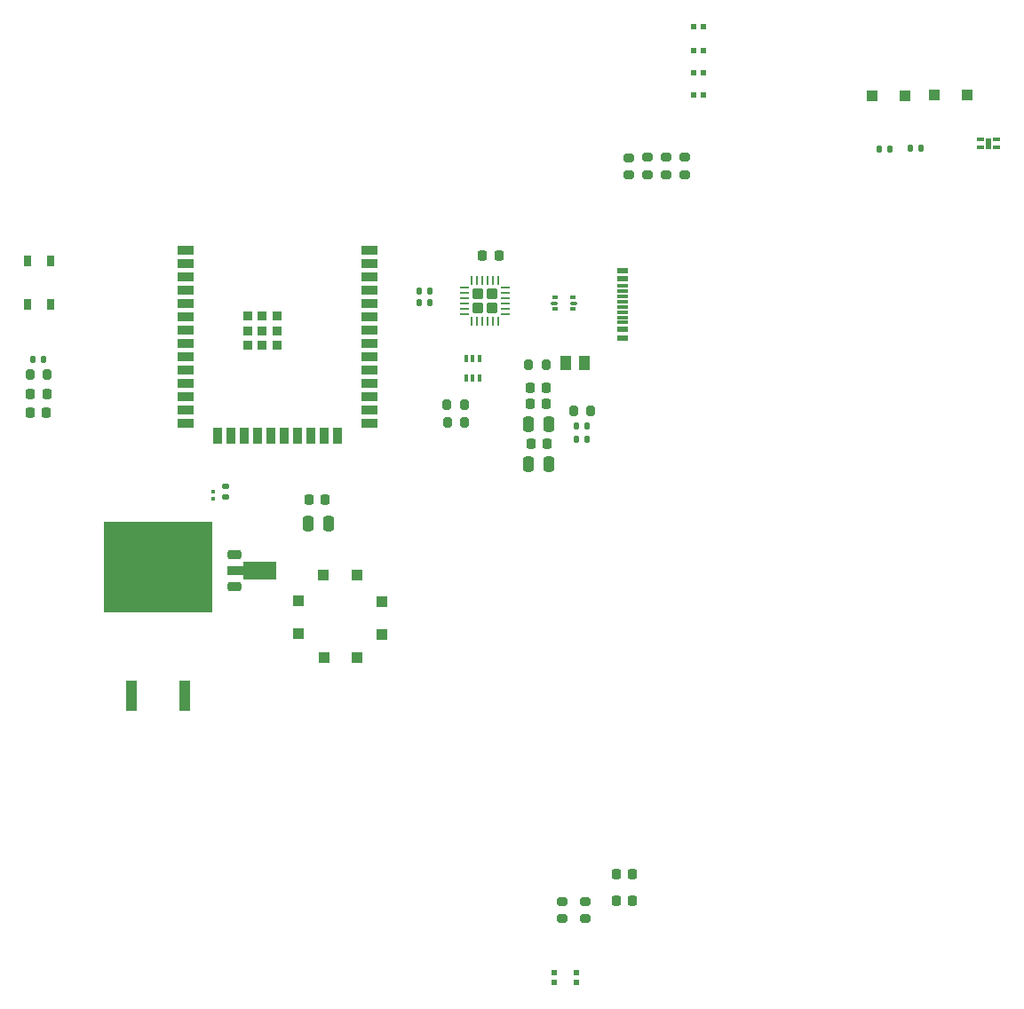
<source format=gbr>
%TF.GenerationSoftware,KiCad,Pcbnew,9.0.0*%
%TF.CreationDate,2025-08-26T11:38:40+09:00*%
%TF.ProjectId,MistFarm_PCB,4d697374-4661-4726-9d5f-5043422e6b69,rev?*%
%TF.SameCoordinates,Original*%
%TF.FileFunction,Paste,Top*%
%TF.FilePolarity,Positive*%
%FSLAX46Y46*%
G04 Gerber Fmt 4.6, Leading zero omitted, Abs format (unit mm)*
G04 Created by KiCad (PCBNEW 9.0.0) date 2025-08-26 11:38:40*
%MOMM*%
%LPD*%
G01*
G04 APERTURE LIST*
G04 Aperture macros list*
%AMRoundRect*
0 Rectangle with rounded corners*
0 $1 Rounding radius*
0 $2 $3 $4 $5 $6 $7 $8 $9 X,Y pos of 4 corners*
0 Add a 4 corners polygon primitive as box body*
4,1,4,$2,$3,$4,$5,$6,$7,$8,$9,$2,$3,0*
0 Add four circle primitives for the rounded corners*
1,1,$1+$1,$2,$3*
1,1,$1+$1,$4,$5*
1,1,$1+$1,$6,$7*
1,1,$1+$1,$8,$9*
0 Add four rect primitives between the rounded corners*
20,1,$1+$1,$2,$3,$4,$5,0*
20,1,$1+$1,$4,$5,$6,$7,0*
20,1,$1+$1,$6,$7,$8,$9,0*
20,1,$1+$1,$8,$9,$2,$3,0*%
%AMFreePoly0*
4,1,9,3.862500,-0.866500,0.737500,-0.866500,0.737500,-0.450000,-0.737500,-0.450000,-0.737500,0.450000,0.737500,0.450000,0.737500,0.866500,3.862500,0.866500,3.862500,-0.866500,3.862500,-0.866500,$1*%
G04 Aperture macros list end*
%ADD10RoundRect,0.225000X-0.225000X-0.250000X0.225000X-0.250000X0.225000X0.250000X-0.225000X0.250000X0*%
%ADD11R,1.140000X1.470000*%
%ADD12RoundRect,0.200000X0.275000X-0.200000X0.275000X0.200000X-0.275000X0.200000X-0.275000X-0.200000X0*%
%ADD13RoundRect,0.135000X0.135000X0.185000X-0.135000X0.185000X-0.135000X-0.185000X0.135000X-0.185000X0*%
%ADD14R,0.990600X2.997200*%
%ADD15R,10.337800X8.712200*%
%ADD16R,0.490000X0.600000*%
%ADD17R,0.990000X1.120000*%
%ADD18RoundRect,0.225000X0.225000X0.250000X-0.225000X0.250000X-0.225000X-0.250000X0.225000X-0.250000X0*%
%ADD19R,1.120000X0.990000*%
%ADD20RoundRect,0.200000X-0.200000X-0.275000X0.200000X-0.275000X0.200000X0.275000X-0.200000X0.275000X0*%
%ADD21RoundRect,0.079500X-0.100500X0.079500X-0.100500X-0.079500X0.100500X-0.079500X0.100500X0.079500X0*%
%ADD22RoundRect,0.135000X-0.135000X-0.185000X0.135000X-0.185000X0.135000X0.185000X-0.135000X0.185000X0*%
%ADD23RoundRect,0.135000X0.185000X-0.135000X0.185000X0.135000X-0.185000X0.135000X-0.185000X-0.135000X0*%
%ADD24RoundRect,0.250000X-0.250000X-0.475000X0.250000X-0.475000X0.250000X0.475000X-0.250000X0.475000X0*%
%ADD25R,0.711200X0.304800*%
%ADD26R,0.508000X1.092200*%
%ADD27RoundRect,0.093750X0.156250X0.093750X-0.156250X0.093750X-0.156250X-0.093750X0.156250X-0.093750X0*%
%ADD28RoundRect,0.075000X0.250000X0.075000X-0.250000X0.075000X-0.250000X-0.075000X0.250000X-0.075000X0*%
%ADD29RoundRect,0.250000X0.275000X-0.275000X0.275000X0.275000X-0.275000X0.275000X-0.275000X-0.275000X0*%
%ADD30RoundRect,0.062500X0.062500X-0.350000X0.062500X0.350000X-0.062500X0.350000X-0.062500X-0.350000X0*%
%ADD31RoundRect,0.062500X0.350000X-0.062500X0.350000X0.062500X-0.350000X0.062500X-0.350000X-0.062500X0*%
%ADD32RoundRect,0.100000X-0.100000X0.225000X-0.100000X-0.225000X0.100000X-0.225000X0.100000X0.225000X0*%
%ADD33RoundRect,0.250000X0.250000X0.475000X-0.250000X0.475000X-0.250000X-0.475000X0.250000X-0.475000X0*%
%ADD34R,0.600000X0.490000*%
%ADD35RoundRect,0.200000X0.200000X0.275000X-0.200000X0.275000X-0.200000X-0.275000X0.200000X-0.275000X0*%
%ADD36R,0.980000X0.600000*%
%ADD37R,1.000000X0.600000*%
%ADD38R,1.140000X0.300000*%
%ADD39R,1.000000X0.550000*%
%ADD40R,1.100000X0.600000*%
%ADD41R,0.650000X1.050000*%
%ADD42R,1.500000X0.900000*%
%ADD43R,0.900000X1.500000*%
%ADD44R,0.900000X0.900000*%
%ADD45RoundRect,0.225000X-0.425000X-0.225000X0.425000X-0.225000X0.425000X0.225000X-0.425000X0.225000X0*%
%ADD46FreePoly0,0.000000*%
G04 APERTURE END LIST*
D10*
%TO.C,C18*%
X69715000Y-43220000D03*
X71265000Y-43220000D03*
%TD*%
D11*
%TO.C,FL1*%
X77650000Y-53540000D03*
X79430000Y-53540000D03*
%TD*%
D12*
%TO.C,R7*%
X79540000Y-106510000D03*
X79540000Y-104860000D03*
%TD*%
D13*
%TO.C,R17*%
X111470000Y-33040000D03*
X110450000Y-33040000D03*
%TD*%
D14*
%TO.C,D1*%
X36210000Y-85290900D03*
D15*
X38750000Y-73010000D03*
D14*
X41290000Y-85290900D03*
%TD*%
D16*
%TO.C,C4*%
X89843000Y-23670000D03*
X90757000Y-23670000D03*
%TD*%
D17*
%TO.C,D2*%
X60085000Y-79390400D03*
X60085000Y-76250400D03*
%TD*%
D10*
%TO.C,C17*%
X74265000Y-55840000D03*
X75815000Y-55840000D03*
%TD*%
D18*
%TO.C,C15*%
X75805000Y-57420000D03*
X74255000Y-57420000D03*
%TD*%
D19*
%TO.C,D3*%
X54587500Y-81642900D03*
X57727500Y-81642900D03*
%TD*%
D20*
%TO.C,R13*%
X78375000Y-58100000D03*
X80025000Y-58100000D03*
%TD*%
D12*
%TO.C,R10*%
X77320000Y-106510000D03*
X77320000Y-104860000D03*
%TD*%
D21*
%TO.C,3.3v_ON1*%
X44010000Y-65785000D03*
X44010000Y-66475000D03*
%TD*%
D16*
%TO.C,C5*%
X89843000Y-25820000D03*
X90757000Y-25820000D03*
%TD*%
D17*
%TO.C,D5*%
X52135000Y-79362900D03*
X52135000Y-76222900D03*
%TD*%
D22*
%TO.C,R11*%
X63680000Y-46630000D03*
X64700000Y-46630000D03*
%TD*%
D23*
%TO.C,R16*%
X45220000Y-66260000D03*
X45220000Y-65240000D03*
%TD*%
D22*
%TO.C,R12*%
X63680000Y-47760000D03*
X64700000Y-47760000D03*
%TD*%
D19*
%TO.C,D4*%
X54565000Y-73742900D03*
X57705000Y-73742900D03*
%TD*%
D24*
%TO.C,C8*%
X53110000Y-68790000D03*
X55010000Y-68790000D03*
%TD*%
D20*
%TO.C,F1*%
X74095000Y-53640000D03*
X75745000Y-53640000D03*
%TD*%
D10*
%TO.C,C11*%
X82435000Y-102310000D03*
X83985000Y-102310000D03*
%TD*%
D22*
%TO.C,R14*%
X78650000Y-59500000D03*
X79670000Y-59500000D03*
%TD*%
D18*
%TO.C,C2*%
X28120000Y-58210000D03*
X26570000Y-58210000D03*
%TD*%
D25*
%TO.C,U5*%
X117170000Y-32150002D03*
X117170000Y-32950000D03*
X118668600Y-32950000D03*
X118668600Y-32150002D03*
D26*
X117919300Y-32550001D03*
%TD*%
D12*
%TO.C,R4*%
X88950000Y-35520000D03*
X88950000Y-33870000D03*
%TD*%
D22*
%TO.C,R5*%
X26835000Y-53150000D03*
X27855000Y-53150000D03*
%TD*%
D27*
%TO.C,U3*%
X78340000Y-48350000D03*
D28*
X78415000Y-47812500D03*
D27*
X78340000Y-47275000D03*
X76640000Y-47275000D03*
D28*
X76565000Y-47812500D03*
D27*
X76640000Y-48350000D03*
%TD*%
D13*
%TO.C,NTCG103JX103DT1S1*%
X108530000Y-33080000D03*
X107510000Y-33080000D03*
%TD*%
D10*
%TO.C,C12*%
X82435000Y-104820000D03*
X83985000Y-104820000D03*
%TD*%
D18*
%TO.C,C13*%
X75865000Y-61240000D03*
X74315000Y-61240000D03*
%TD*%
D29*
%TO.C,U2*%
X69270000Y-48237500D03*
X70570000Y-48237500D03*
X69270000Y-46937500D03*
X70570000Y-46937500D03*
D30*
X68670000Y-49525000D03*
X69170000Y-49525000D03*
X69670000Y-49525000D03*
X70170000Y-49525000D03*
X70670000Y-49525000D03*
X71170000Y-49525000D03*
D31*
X71857500Y-48837500D03*
X71857500Y-48337500D03*
X71857500Y-47837500D03*
X71857500Y-47337500D03*
X71857500Y-46837500D03*
X71857500Y-46337500D03*
D30*
X71170000Y-45650000D03*
X70670000Y-45650000D03*
X70170000Y-45650000D03*
X69670000Y-45650000D03*
X69170000Y-45650000D03*
X68670000Y-45650000D03*
D31*
X67982500Y-46337500D03*
X67982500Y-46837500D03*
X67982500Y-47337500D03*
X67982500Y-47837500D03*
X67982500Y-48337500D03*
X67982500Y-48837500D03*
%TD*%
D32*
%TO.C,Q1*%
X69425000Y-53050000D03*
X68775000Y-53050000D03*
X68125000Y-53050000D03*
X68125000Y-54950000D03*
X68775000Y-54950000D03*
X69425000Y-54950000D03*
%TD*%
D10*
%TO.C,C1*%
X26600000Y-56470000D03*
X28150000Y-56470000D03*
%TD*%
D19*
%TO.C,D7*%
X106870000Y-27990000D03*
X110010000Y-27990000D03*
%TD*%
D16*
%TO.C,C3*%
X89843000Y-21450000D03*
X90757000Y-21450000D03*
%TD*%
D12*
%TO.C,R2*%
X85420000Y-35520000D03*
X85420000Y-33870000D03*
%TD*%
D10*
%TO.C,C7*%
X53170000Y-66520000D03*
X54720000Y-66520000D03*
%TD*%
D33*
%TO.C,C16*%
X76010000Y-59370000D03*
X74110000Y-59370000D03*
%TD*%
D34*
%TO.C,C10*%
X76540000Y-111690000D03*
X76540000Y-112604000D03*
%TD*%
D24*
%TO.C,C14*%
X74090000Y-63120000D03*
X75990000Y-63120000D03*
%TD*%
D35*
%TO.C,R8*%
X68018000Y-59152800D03*
X66368000Y-59152800D03*
%TD*%
%TO.C,R9*%
X67970000Y-57450000D03*
X66320000Y-57450000D03*
%TD*%
D19*
%TO.C,D6*%
X112800000Y-27960000D03*
X115940000Y-27960000D03*
%TD*%
D36*
%TO.C,UART1*%
X83030000Y-51100000D03*
D37*
X83030000Y-50300000D03*
D38*
X83030000Y-49150000D03*
X83030000Y-48150000D03*
X83030000Y-47650000D03*
X83030000Y-46650000D03*
D39*
X83030000Y-44700000D03*
D40*
X83030000Y-45500000D03*
D38*
X83030000Y-46150000D03*
X83030000Y-47150000D03*
X83030000Y-48650000D03*
X83030000Y-49650000D03*
%TD*%
D16*
%TO.C,C6*%
X89843000Y-27970000D03*
X90757000Y-27970000D03*
%TD*%
D41*
%TO.C,S1*%
X26355000Y-47893500D03*
X26355000Y-43743500D03*
X28505000Y-47893500D03*
X28505000Y-43743500D03*
%TD*%
D12*
%TO.C,R3*%
X87190000Y-35520000D03*
X87190000Y-33870000D03*
%TD*%
D34*
%TO.C,C9*%
X78690000Y-111690000D03*
X78690000Y-112604000D03*
%TD*%
D42*
%TO.C,U1*%
X41440000Y-42727900D03*
X41440000Y-43997900D03*
X41440000Y-45267900D03*
X41440000Y-46537900D03*
X41440000Y-47807900D03*
X41440000Y-49077900D03*
X41440000Y-50347900D03*
X41440000Y-51617900D03*
X41440000Y-52887900D03*
X41440000Y-54157900D03*
X41440000Y-55427900D03*
X41440000Y-56697900D03*
X41440000Y-57967900D03*
X41440000Y-59237900D03*
D43*
X44475000Y-60487900D03*
X45745000Y-60487900D03*
X47015000Y-60487900D03*
X48285000Y-60487900D03*
X49555000Y-60487900D03*
X50825000Y-60487900D03*
X52095000Y-60487900D03*
X53365000Y-60487900D03*
X54635000Y-60487900D03*
X55905000Y-60487900D03*
D42*
X58940000Y-59237900D03*
X58940000Y-57967900D03*
X58940000Y-56697900D03*
X58940000Y-55427900D03*
X58940000Y-54157900D03*
X58940000Y-52887900D03*
X58940000Y-51617900D03*
X58940000Y-50347900D03*
X58940000Y-49077900D03*
X58940000Y-47807900D03*
X58940000Y-46537900D03*
X58940000Y-45267900D03*
X58940000Y-43997900D03*
X58940000Y-42727900D03*
D44*
X47290000Y-49047900D03*
X47290000Y-50447900D03*
X47290000Y-51847900D03*
X48690000Y-49047900D03*
X48690000Y-50447900D03*
X48690000Y-51847900D03*
X50090000Y-49047900D03*
X50090000Y-50447900D03*
X50090000Y-51847900D03*
%TD*%
D22*
%TO.C,R15*%
X78665000Y-60825000D03*
X79685000Y-60825000D03*
%TD*%
D12*
%TO.C,R1*%
X83680000Y-35560000D03*
X83680000Y-33910000D03*
%TD*%
D45*
%TO.C,U4*%
X46070000Y-71817900D03*
D46*
X46157500Y-73317900D03*
D45*
X46070000Y-74817900D03*
%TD*%
D20*
%TO.C,R6*%
X26550000Y-54630000D03*
X28200000Y-54630000D03*
%TD*%
M02*

</source>
